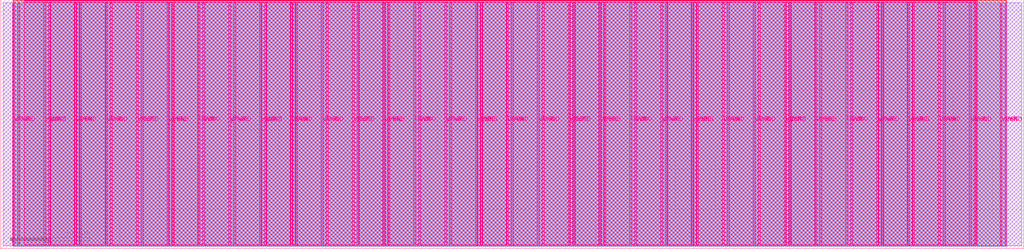
<source format=lef>
VERSION 5.7 ;
  NOWIREEXTENSIONATPIN ON ;
  DIVIDERCHAR "/" ;
  BUSBITCHARS "[]" ;
MACRO tt_um_Coline3003_spect_top
  CLASS BLOCK ;
  FOREIGN tt_um_Coline3003_spect_top ;
  ORIGIN 0.000 0.000 ;
  SIZE 1289.280 BY 313.740 ;
  PIN VGND
    DIRECTION INOUT ;
    USE GROUND ;
    PORT
      LAYER Metal5 ;
        RECT 21.580 3.560 23.780 310.180 ;
    END
    PORT
      LAYER Metal5 ;
        RECT 60.450 3.560 62.650 310.180 ;
    END
    PORT
      LAYER Metal5 ;
        RECT 99.320 3.560 101.520 310.180 ;
    END
    PORT
      LAYER Metal5 ;
        RECT 138.190 3.560 140.390 310.180 ;
    END
    PORT
      LAYER Metal5 ;
        RECT 177.060 3.560 179.260 310.180 ;
    END
    PORT
      LAYER Metal5 ;
        RECT 215.930 3.560 218.130 310.180 ;
    END
    PORT
      LAYER Metal5 ;
        RECT 254.800 3.560 257.000 310.180 ;
    END
    PORT
      LAYER Metal5 ;
        RECT 293.670 3.560 295.870 310.180 ;
    END
    PORT
      LAYER Metal5 ;
        RECT 332.540 3.560 334.740 310.180 ;
    END
    PORT
      LAYER Metal5 ;
        RECT 371.410 3.560 373.610 310.180 ;
    END
    PORT
      LAYER Metal5 ;
        RECT 410.280 3.560 412.480 310.180 ;
    END
    PORT
      LAYER Metal5 ;
        RECT 449.150 3.560 451.350 310.180 ;
    END
    PORT
      LAYER Metal5 ;
        RECT 488.020 3.560 490.220 310.180 ;
    END
    PORT
      LAYER Metal5 ;
        RECT 526.890 3.560 529.090 310.180 ;
    END
    PORT
      LAYER Metal5 ;
        RECT 565.760 3.560 567.960 310.180 ;
    END
    PORT
      LAYER Metal5 ;
        RECT 604.630 3.560 606.830 310.180 ;
    END
    PORT
      LAYER Metal5 ;
        RECT 643.500 3.560 645.700 310.180 ;
    END
    PORT
      LAYER Metal5 ;
        RECT 682.370 3.560 684.570 310.180 ;
    END
    PORT
      LAYER Metal5 ;
        RECT 721.240 3.560 723.440 310.180 ;
    END
    PORT
      LAYER Metal5 ;
        RECT 760.110 3.560 762.310 310.180 ;
    END
    PORT
      LAYER Metal5 ;
        RECT 798.980 3.560 801.180 310.180 ;
    END
    PORT
      LAYER Metal5 ;
        RECT 837.850 3.560 840.050 310.180 ;
    END
    PORT
      LAYER Metal5 ;
        RECT 876.720 3.560 878.920 310.180 ;
    END
    PORT
      LAYER Metal5 ;
        RECT 915.590 3.560 917.790 310.180 ;
    END
    PORT
      LAYER Metal5 ;
        RECT 954.460 3.560 956.660 310.180 ;
    END
    PORT
      LAYER Metal5 ;
        RECT 993.330 3.560 995.530 310.180 ;
    END
    PORT
      LAYER Metal5 ;
        RECT 1032.200 3.560 1034.400 310.180 ;
    END
    PORT
      LAYER Metal5 ;
        RECT 1071.070 3.560 1073.270 310.180 ;
    END
    PORT
      LAYER Metal5 ;
        RECT 1109.940 3.560 1112.140 310.180 ;
    END
    PORT
      LAYER Metal5 ;
        RECT 1148.810 3.560 1151.010 310.180 ;
    END
    PORT
      LAYER Metal5 ;
        RECT 1187.680 3.560 1189.880 310.180 ;
    END
    PORT
      LAYER Metal5 ;
        RECT 1226.550 3.560 1228.750 310.180 ;
    END
    PORT
      LAYER Metal5 ;
        RECT 1265.420 3.560 1267.620 310.180 ;
    END
  END VGND
  PIN VPWR
    DIRECTION INOUT ;
    USE POWER ;
    PORT
      LAYER Metal5 ;
        RECT 15.380 3.560 17.580 310.180 ;
    END
    PORT
      LAYER Metal5 ;
        RECT 54.250 3.560 56.450 310.180 ;
    END
    PORT
      LAYER Metal5 ;
        RECT 93.120 3.560 95.320 310.180 ;
    END
    PORT
      LAYER Metal5 ;
        RECT 131.990 3.560 134.190 310.180 ;
    END
    PORT
      LAYER Metal5 ;
        RECT 170.860 3.560 173.060 310.180 ;
    END
    PORT
      LAYER Metal5 ;
        RECT 209.730 3.560 211.930 310.180 ;
    END
    PORT
      LAYER Metal5 ;
        RECT 248.600 3.560 250.800 310.180 ;
    END
    PORT
      LAYER Metal5 ;
        RECT 287.470 3.560 289.670 310.180 ;
    END
    PORT
      LAYER Metal5 ;
        RECT 326.340 3.560 328.540 310.180 ;
    END
    PORT
      LAYER Metal5 ;
        RECT 365.210 3.560 367.410 310.180 ;
    END
    PORT
      LAYER Metal5 ;
        RECT 404.080 3.560 406.280 310.180 ;
    END
    PORT
      LAYER Metal5 ;
        RECT 442.950 3.560 445.150 310.180 ;
    END
    PORT
      LAYER Metal5 ;
        RECT 481.820 3.560 484.020 310.180 ;
    END
    PORT
      LAYER Metal5 ;
        RECT 520.690 3.560 522.890 310.180 ;
    END
    PORT
      LAYER Metal5 ;
        RECT 559.560 3.560 561.760 310.180 ;
    END
    PORT
      LAYER Metal5 ;
        RECT 598.430 3.560 600.630 310.180 ;
    END
    PORT
      LAYER Metal5 ;
        RECT 637.300 3.560 639.500 310.180 ;
    END
    PORT
      LAYER Metal5 ;
        RECT 676.170 3.560 678.370 310.180 ;
    END
    PORT
      LAYER Metal5 ;
        RECT 715.040 3.560 717.240 310.180 ;
    END
    PORT
      LAYER Metal5 ;
        RECT 753.910 3.560 756.110 310.180 ;
    END
    PORT
      LAYER Metal5 ;
        RECT 792.780 3.560 794.980 310.180 ;
    END
    PORT
      LAYER Metal5 ;
        RECT 831.650 3.560 833.850 310.180 ;
    END
    PORT
      LAYER Metal5 ;
        RECT 870.520 3.560 872.720 310.180 ;
    END
    PORT
      LAYER Metal5 ;
        RECT 909.390 3.560 911.590 310.180 ;
    END
    PORT
      LAYER Metal5 ;
        RECT 948.260 3.560 950.460 310.180 ;
    END
    PORT
      LAYER Metal5 ;
        RECT 987.130 3.560 989.330 310.180 ;
    END
    PORT
      LAYER Metal5 ;
        RECT 1026.000 3.560 1028.200 310.180 ;
    END
    PORT
      LAYER Metal5 ;
        RECT 1064.870 3.560 1067.070 310.180 ;
    END
    PORT
      LAYER Metal5 ;
        RECT 1103.740 3.560 1105.940 310.180 ;
    END
    PORT
      LAYER Metal5 ;
        RECT 1142.610 3.560 1144.810 310.180 ;
    END
    PORT
      LAYER Metal5 ;
        RECT 1181.480 3.560 1183.680 310.180 ;
    END
    PORT
      LAYER Metal5 ;
        RECT 1220.350 3.560 1222.550 310.180 ;
    END
    PORT
      LAYER Metal5 ;
        RECT 1259.220 3.560 1261.420 310.180 ;
    END
  END VPWR
  PIN clk
    DIRECTION INPUT ;
    USE SIGNAL ;
    ANTENNAGATEAREA 3.842800 ;
    ANTENNADIFFAREA 12.092400 ;
    PORT
      LAYER Metal5 ;
        RECT 187.050 312.740 187.350 313.740 ;
    END
  END clk
  PIN ena
    DIRECTION INPUT ;
    USE SIGNAL ;
    PORT
      LAYER Metal5 ;
        RECT 190.890 312.740 191.190 313.740 ;
    END
  END ena
  PIN rst_n
    DIRECTION INPUT ;
    USE SIGNAL ;
    ANTENNAGATEAREA 3.965000 ;
    ANTENNADIFFAREA 12.092400 ;
    PORT
      LAYER Metal5 ;
        RECT 183.210 312.740 183.510 313.740 ;
    END
  END rst_n
  PIN ui_in[0]
    DIRECTION INPUT ;
    USE SIGNAL ;
    ANTENNAGATEAREA 0.725400 ;
    PORT
      LAYER Metal5 ;
        RECT 179.370 312.740 179.670 313.740 ;
    END
  END ui_in[0]
  PIN ui_in[1]
    DIRECTION INPUT ;
    USE SIGNAL ;
    ANTENNAGATEAREA 0.725400 ;
    PORT
      LAYER Metal5 ;
        RECT 175.530 312.740 175.830 313.740 ;
    END
  END ui_in[1]
  PIN ui_in[2]
    DIRECTION INPUT ;
    USE SIGNAL ;
    ANTENNAGATEAREA 0.725400 ;
    PORT
      LAYER Metal5 ;
        RECT 171.690 312.740 171.990 313.740 ;
    END
  END ui_in[2]
  PIN ui_in[3]
    DIRECTION INPUT ;
    USE SIGNAL ;
    ANTENNAGATEAREA 0.725400 ;
    PORT
      LAYER Metal5 ;
        RECT 167.850 312.740 168.150 313.740 ;
    END
  END ui_in[3]
  PIN ui_in[4]
    DIRECTION INPUT ;
    USE SIGNAL ;
    ANTENNAGATEAREA 0.725400 ;
    PORT
      LAYER Metal5 ;
        RECT 164.010 312.740 164.310 313.740 ;
    END
  END ui_in[4]
  PIN ui_in[5]
    DIRECTION INPUT ;
    USE SIGNAL ;
    ANTENNAGATEAREA 0.725400 ;
    PORT
      LAYER Metal5 ;
        RECT 160.170 312.740 160.470 313.740 ;
    END
  END ui_in[5]
  PIN ui_in[6]
    DIRECTION INPUT ;
    USE SIGNAL ;
    ANTENNAGATEAREA 0.725400 ;
    PORT
      LAYER Metal5 ;
        RECT 156.330 312.740 156.630 313.740 ;
    END
  END ui_in[6]
  PIN ui_in[7]
    DIRECTION INPUT ;
    USE SIGNAL ;
    ANTENNAGATEAREA 0.213200 ;
    PORT
      LAYER Metal5 ;
        RECT 152.490 312.740 152.790 313.740 ;
    END
  END ui_in[7]
  PIN uio_in[0]
    DIRECTION INPUT ;
    USE SIGNAL ;
    ANTENNAGATEAREA 0.725400 ;
    PORT
      LAYER Metal5 ;
        RECT 148.650 312.740 148.950 313.740 ;
    END
  END uio_in[0]
  PIN uio_in[1]
    DIRECTION INPUT ;
    USE SIGNAL ;
    ANTENNAGATEAREA 0.725400 ;
    PORT
      LAYER Metal5 ;
        RECT 144.810 312.740 145.110 313.740 ;
    END
  END uio_in[1]
  PIN uio_in[2]
    DIRECTION INPUT ;
    USE SIGNAL ;
    ANTENNAGATEAREA 0.725400 ;
    PORT
      LAYER Metal5 ;
        RECT 140.970 312.740 141.270 313.740 ;
    END
  END uio_in[2]
  PIN uio_in[3]
    DIRECTION INPUT ;
    USE SIGNAL ;
    ANTENNAGATEAREA 0.725400 ;
    PORT
      LAYER Metal5 ;
        RECT 137.130 312.740 137.430 313.740 ;
    END
  END uio_in[3]
  PIN uio_in[4]
    DIRECTION INPUT ;
    USE SIGNAL ;
    ANTENNAGATEAREA 0.725400 ;
    PORT
      LAYER Metal5 ;
        RECT 133.290 312.740 133.590 313.740 ;
    END
  END uio_in[4]
  PIN uio_in[5]
    DIRECTION INPUT ;
    USE SIGNAL ;
    ANTENNAGATEAREA 0.725400 ;
    PORT
      LAYER Metal5 ;
        RECT 129.450 312.740 129.750 313.740 ;
    END
  END uio_in[5]
  PIN uio_in[6]
    DIRECTION INPUT ;
    USE SIGNAL ;
    ANTENNAGATEAREA 0.725400 ;
    PORT
      LAYER Metal5 ;
        RECT 125.610 312.740 125.910 313.740 ;
    END
  END uio_in[6]
  PIN uio_in[7]
    DIRECTION INPUT ;
    USE SIGNAL ;
    ANTENNAGATEAREA 0.213200 ;
    PORT
      LAYER Metal5 ;
        RECT 121.770 312.740 122.070 313.740 ;
    END
  END uio_in[7]
  PIN uio_oe[0]
    DIRECTION OUTPUT ;
    USE SIGNAL ;
    ANTENNADIFFAREA 0.299200 ;
    PORT
      LAYER Metal5 ;
        RECT 56.490 312.740 56.790 313.740 ;
    END
  END uio_oe[0]
  PIN uio_oe[1]
    DIRECTION OUTPUT ;
    USE SIGNAL ;
    ANTENNADIFFAREA 0.299200 ;
    PORT
      LAYER Metal5 ;
        RECT 52.650 312.740 52.950 313.740 ;
    END
  END uio_oe[1]
  PIN uio_oe[2]
    DIRECTION OUTPUT ;
    USE SIGNAL ;
    ANTENNADIFFAREA 0.299200 ;
    PORT
      LAYER Metal5 ;
        RECT 48.810 312.740 49.110 313.740 ;
    END
  END uio_oe[2]
  PIN uio_oe[3]
    DIRECTION OUTPUT ;
    USE SIGNAL ;
    ANTENNADIFFAREA 0.299200 ;
    PORT
      LAYER Metal5 ;
        RECT 44.970 312.740 45.270 313.740 ;
    END
  END uio_oe[3]
  PIN uio_oe[4]
    DIRECTION OUTPUT ;
    USE SIGNAL ;
    ANTENNADIFFAREA 0.299200 ;
    PORT
      LAYER Metal5 ;
        RECT 41.130 312.740 41.430 313.740 ;
    END
  END uio_oe[4]
  PIN uio_oe[5]
    DIRECTION OUTPUT ;
    USE SIGNAL ;
    ANTENNADIFFAREA 0.299200 ;
    PORT
      LAYER Metal5 ;
        RECT 37.290 312.740 37.590 313.740 ;
    END
  END uio_oe[5]
  PIN uio_oe[6]
    DIRECTION OUTPUT ;
    USE SIGNAL ;
    ANTENNADIFFAREA 0.299200 ;
    PORT
      LAYER Metal5 ;
        RECT 33.450 312.740 33.750 313.740 ;
    END
  END uio_oe[6]
  PIN uio_oe[7]
    DIRECTION OUTPUT ;
    USE SIGNAL ;
    ANTENNADIFFAREA 0.299200 ;
    PORT
      LAYER Metal5 ;
        RECT 29.610 312.740 29.910 313.740 ;
    END
  END uio_oe[7]
  PIN uio_out[0]
    DIRECTION OUTPUT ;
    USE SIGNAL ;
    ANTENNADIFFAREA 0.299200 ;
    PORT
      LAYER Metal5 ;
        RECT 87.210 312.740 87.510 313.740 ;
    END
  END uio_out[0]
  PIN uio_out[1]
    DIRECTION OUTPUT ;
    USE SIGNAL ;
    ANTENNADIFFAREA 0.299200 ;
    PORT
      LAYER Metal5 ;
        RECT 83.370 312.740 83.670 313.740 ;
    END
  END uio_out[1]
  PIN uio_out[2]
    DIRECTION OUTPUT ;
    USE SIGNAL ;
    ANTENNADIFFAREA 0.299200 ;
    PORT
      LAYER Metal5 ;
        RECT 79.530 312.740 79.830 313.740 ;
    END
  END uio_out[2]
  PIN uio_out[3]
    DIRECTION OUTPUT ;
    USE SIGNAL ;
    ANTENNADIFFAREA 0.299200 ;
    PORT
      LAYER Metal5 ;
        RECT 75.690 312.740 75.990 313.740 ;
    END
  END uio_out[3]
  PIN uio_out[4]
    DIRECTION OUTPUT ;
    USE SIGNAL ;
    ANTENNADIFFAREA 0.299200 ;
    PORT
      LAYER Metal5 ;
        RECT 71.850 312.740 72.150 313.740 ;
    END
  END uio_out[4]
  PIN uio_out[5]
    DIRECTION OUTPUT ;
    USE SIGNAL ;
    ANTENNADIFFAREA 0.299200 ;
    PORT
      LAYER Metal5 ;
        RECT 68.010 312.740 68.310 313.740 ;
    END
  END uio_out[5]
  PIN uio_out[6]
    DIRECTION OUTPUT ;
    USE SIGNAL ;
    ANTENNADIFFAREA 0.299200 ;
    PORT
      LAYER Metal5 ;
        RECT 64.170 312.740 64.470 313.740 ;
    END
  END uio_out[6]
  PIN uio_out[7]
    DIRECTION OUTPUT ;
    USE SIGNAL ;
    ANTENNADIFFAREA 0.299200 ;
    PORT
      LAYER Metal5 ;
        RECT 60.330 312.740 60.630 313.740 ;
    END
  END uio_out[7]
  PIN uo_out[0]
    DIRECTION OUTPUT ;
    USE SIGNAL ;
    ANTENNADIFFAREA 1.413600 ;
    PORT
      LAYER Metal5 ;
        RECT 117.930 312.740 118.230 313.740 ;
    END
  END uo_out[0]
  PIN uo_out[1]
    DIRECTION OUTPUT ;
    USE SIGNAL ;
    ANTENNADIFFAREA 0.706800 ;
    PORT
      LAYER Metal5 ;
        RECT 114.090 312.740 114.390 313.740 ;
    END
  END uo_out[1]
  PIN uo_out[2]
    DIRECTION OUTPUT ;
    USE SIGNAL ;
    ANTENNADIFFAREA 0.706800 ;
    PORT
      LAYER Metal5 ;
        RECT 110.250 312.740 110.550 313.740 ;
    END
  END uo_out[2]
  PIN uo_out[3]
    DIRECTION OUTPUT ;
    USE SIGNAL ;
    ANTENNADIFFAREA 2.827200 ;
    PORT
      LAYER Metal5 ;
        RECT 106.410 312.740 106.710 313.740 ;
    END
  END uo_out[3]
  PIN uo_out[4]
    DIRECTION OUTPUT ;
    USE SIGNAL ;
    ANTENNADIFFAREA 0.706800 ;
    PORT
      LAYER Metal5 ;
        RECT 102.570 312.740 102.870 313.740 ;
    END
  END uo_out[4]
  PIN uo_out[5]
    DIRECTION OUTPUT ;
    USE SIGNAL ;
    ANTENNADIFFAREA 1.413600 ;
    PORT
      LAYER Metal5 ;
        RECT 98.730 312.740 99.030 313.740 ;
    END
  END uo_out[5]
  PIN uo_out[6]
    DIRECTION OUTPUT ;
    USE SIGNAL ;
    ANTENNADIFFAREA 1.413600 ;
    PORT
      LAYER Metal5 ;
        RECT 94.890 312.740 95.190 313.740 ;
    END
  END uo_out[6]
  PIN uo_out[7]
    DIRECTION OUTPUT ;
    USE SIGNAL ;
    ANTENNADIFFAREA 1.413600 ;
    PORT
      LAYER Metal5 ;
        RECT 91.050 312.740 91.350 313.740 ;
    END
  END uo_out[7]
  OBS
      LAYER GatPoly ;
        RECT 2.880 3.630 1286.400 310.110 ;
      LAYER Metal1 ;
        RECT 2.880 3.560 1286.400 310.180 ;
      LAYER Metal2 ;
        RECT 15.515 2.420 1267.485 311.740 ;
      LAYER Metal3 ;
        RECT 15.560 2.375 1267.440 311.785 ;
      LAYER Metal4 ;
        RECT 15.515 3.680 1267.485 313.420 ;
      LAYER Metal5 ;
        RECT 30.120 312.530 33.240 313.465 ;
        RECT 33.960 312.530 37.080 313.465 ;
        RECT 37.800 312.530 40.920 313.465 ;
        RECT 41.640 312.530 44.760 313.465 ;
        RECT 45.480 312.530 48.600 313.465 ;
        RECT 49.320 312.530 52.440 313.465 ;
        RECT 53.160 312.530 56.280 313.465 ;
        RECT 57.000 312.530 60.120 313.465 ;
        RECT 60.840 312.530 63.960 313.465 ;
        RECT 64.680 312.530 67.800 313.465 ;
        RECT 68.520 312.530 71.640 313.465 ;
        RECT 72.360 312.530 75.480 313.465 ;
        RECT 76.200 312.530 79.320 313.465 ;
        RECT 80.040 312.530 83.160 313.465 ;
        RECT 83.880 312.530 87.000 313.465 ;
        RECT 87.720 312.530 90.840 313.465 ;
        RECT 91.560 312.530 94.680 313.465 ;
        RECT 95.400 312.530 98.520 313.465 ;
        RECT 99.240 312.530 102.360 313.465 ;
        RECT 103.080 312.530 106.200 313.465 ;
        RECT 106.920 312.530 110.040 313.465 ;
        RECT 110.760 312.530 113.880 313.465 ;
        RECT 114.600 312.530 117.720 313.465 ;
        RECT 118.440 312.530 121.560 313.465 ;
        RECT 122.280 312.530 125.400 313.465 ;
        RECT 126.120 312.530 129.240 313.465 ;
        RECT 129.960 312.530 133.080 313.465 ;
        RECT 133.800 312.530 136.920 313.465 ;
        RECT 137.640 312.530 140.760 313.465 ;
        RECT 141.480 312.530 144.600 313.465 ;
        RECT 145.320 312.530 148.440 313.465 ;
        RECT 149.160 312.530 152.280 313.465 ;
        RECT 153.000 312.530 156.120 313.465 ;
        RECT 156.840 312.530 159.960 313.465 ;
        RECT 160.680 312.530 163.800 313.465 ;
        RECT 164.520 312.530 167.640 313.465 ;
        RECT 168.360 312.530 171.480 313.465 ;
        RECT 172.200 312.530 175.320 313.465 ;
        RECT 176.040 312.530 179.160 313.465 ;
        RECT 179.880 312.530 183.000 313.465 ;
        RECT 183.720 312.530 186.840 313.465 ;
        RECT 187.560 312.530 190.680 313.465 ;
        RECT 191.400 312.530 1230.340 313.465 ;
        RECT 29.660 310.390 1230.340 312.530 ;
        RECT 29.660 5.315 54.040 310.390 ;
        RECT 56.660 5.315 60.240 310.390 ;
        RECT 62.860 5.315 92.910 310.390 ;
        RECT 95.530 5.315 99.110 310.390 ;
        RECT 101.730 5.315 131.780 310.390 ;
        RECT 134.400 5.315 137.980 310.390 ;
        RECT 140.600 5.315 170.650 310.390 ;
        RECT 173.270 5.315 176.850 310.390 ;
        RECT 179.470 5.315 209.520 310.390 ;
        RECT 212.140 5.315 215.720 310.390 ;
        RECT 218.340 5.315 248.390 310.390 ;
        RECT 251.010 5.315 254.590 310.390 ;
        RECT 257.210 5.315 287.260 310.390 ;
        RECT 289.880 5.315 293.460 310.390 ;
        RECT 296.080 5.315 326.130 310.390 ;
        RECT 328.750 5.315 332.330 310.390 ;
        RECT 334.950 5.315 365.000 310.390 ;
        RECT 367.620 5.315 371.200 310.390 ;
        RECT 373.820 5.315 403.870 310.390 ;
        RECT 406.490 5.315 410.070 310.390 ;
        RECT 412.690 5.315 442.740 310.390 ;
        RECT 445.360 5.315 448.940 310.390 ;
        RECT 451.560 5.315 481.610 310.390 ;
        RECT 484.230 5.315 487.810 310.390 ;
        RECT 490.430 5.315 520.480 310.390 ;
        RECT 523.100 5.315 526.680 310.390 ;
        RECT 529.300 5.315 559.350 310.390 ;
        RECT 561.970 5.315 565.550 310.390 ;
        RECT 568.170 5.315 598.220 310.390 ;
        RECT 600.840 5.315 604.420 310.390 ;
        RECT 607.040 5.315 637.090 310.390 ;
        RECT 639.710 5.315 643.290 310.390 ;
        RECT 645.910 5.315 675.960 310.390 ;
        RECT 678.580 5.315 682.160 310.390 ;
        RECT 684.780 5.315 714.830 310.390 ;
        RECT 717.450 5.315 721.030 310.390 ;
        RECT 723.650 5.315 753.700 310.390 ;
        RECT 756.320 5.315 759.900 310.390 ;
        RECT 762.520 5.315 792.570 310.390 ;
        RECT 795.190 5.315 798.770 310.390 ;
        RECT 801.390 5.315 831.440 310.390 ;
        RECT 834.060 5.315 837.640 310.390 ;
        RECT 840.260 5.315 870.310 310.390 ;
        RECT 872.930 5.315 876.510 310.390 ;
        RECT 879.130 5.315 909.180 310.390 ;
        RECT 911.800 5.315 915.380 310.390 ;
        RECT 918.000 5.315 948.050 310.390 ;
        RECT 950.670 5.315 954.250 310.390 ;
        RECT 956.870 5.315 986.920 310.390 ;
        RECT 989.540 5.315 993.120 310.390 ;
        RECT 995.740 5.315 1025.790 310.390 ;
        RECT 1028.410 5.315 1031.990 310.390 ;
        RECT 1034.610 5.315 1064.660 310.390 ;
        RECT 1067.280 5.315 1070.860 310.390 ;
        RECT 1073.480 5.315 1103.530 310.390 ;
        RECT 1106.150 5.315 1109.730 310.390 ;
        RECT 1112.350 5.315 1142.400 310.390 ;
        RECT 1145.020 5.315 1148.600 310.390 ;
        RECT 1151.220 5.315 1181.270 310.390 ;
        RECT 1183.890 5.315 1187.470 310.390 ;
        RECT 1190.090 5.315 1220.140 310.390 ;
        RECT 1222.760 5.315 1226.340 310.390 ;
        RECT 1228.960 5.315 1230.340 310.390 ;
  END
END tt_um_Coline3003_spect_top
END LIBRARY


</source>
